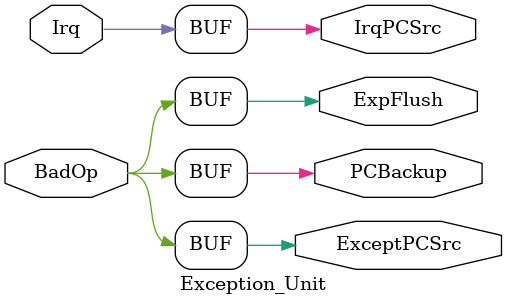
<source format=v>
module Exception_Unit(
    input Irq,
    input BadOp,
    output IrqPCSrc,
    output ExceptPCSrc,
    output PCBackup,
    output ExpFlush
);

    assign IrqPCSrc = Irq;
    assign ExceptPCSrc = BadOp;
    assign PCBackup = BadOp;
    assign ExpFlush = BadOp;

endmodule : Exception_Unit

</source>
